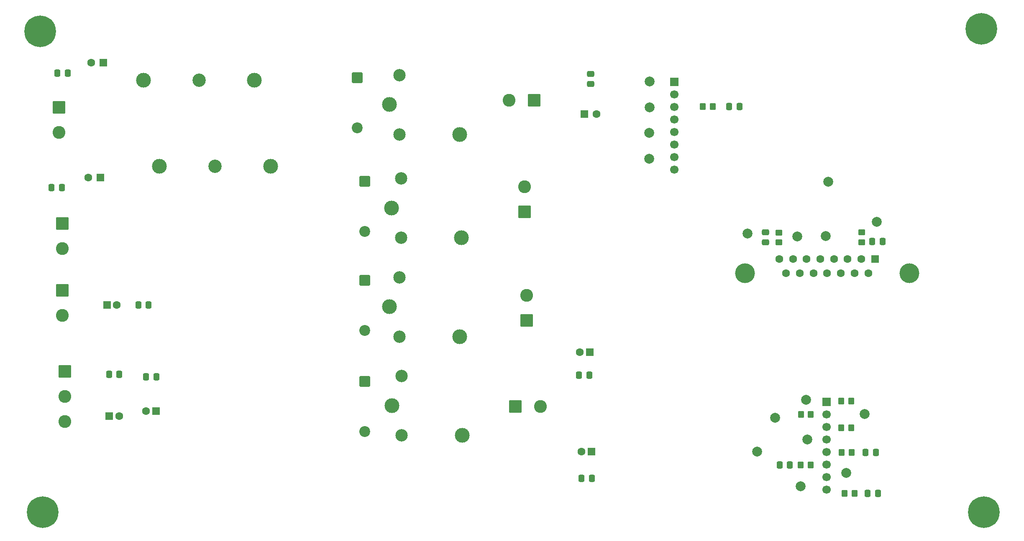
<source format=gbr>
%TF.GenerationSoftware,KiCad,Pcbnew,9.0.6*%
%TF.CreationDate,2026-01-14T23:40:17-08:00*%
%TF.ProjectId,ald_control_board,616c645f-636f-46e7-9472-6f6c5f626f61,rev?*%
%TF.SameCoordinates,Original*%
%TF.FileFunction,Soldermask,Top*%
%TF.FilePolarity,Negative*%
%FSLAX46Y46*%
G04 Gerber Fmt 4.6, Leading zero omitted, Abs format (unit mm)*
G04 Created by KiCad (PCBNEW 9.0.6) date 2026-01-14 23:40:17*
%MOMM*%
%LPD*%
G01*
G04 APERTURE LIST*
G04 Aperture macros list*
%AMRoundRect*
0 Rectangle with rounded corners*
0 $1 Rounding radius*
0 $2 $3 $4 $5 $6 $7 $8 $9 X,Y pos of 4 corners*
0 Add a 4 corners polygon primitive as box body*
4,1,4,$2,$3,$4,$5,$6,$7,$8,$9,$2,$3,0*
0 Add four circle primitives for the rounded corners*
1,1,$1+$1,$2,$3*
1,1,$1+$1,$4,$5*
1,1,$1+$1,$6,$7*
1,1,$1+$1,$8,$9*
0 Add four rect primitives between the rounded corners*
20,1,$1+$1,$2,$3,$4,$5,0*
20,1,$1+$1,$4,$5,$6,$7,0*
20,1,$1+$1,$6,$7,$8,$9,0*
20,1,$1+$1,$8,$9,$2,$3,0*%
G04 Aperture macros list end*
%ADD10C,0.800000*%
%ADD11C,6.400000*%
%ADD12C,2.000000*%
%ADD13RoundRect,0.250000X0.475000X-0.337500X0.475000X0.337500X-0.475000X0.337500X-0.475000X-0.337500X0*%
%ADD14RoundRect,0.250000X-0.450000X0.350000X-0.450000X-0.350000X0.450000X-0.350000X0.450000X0.350000X0*%
%ADD15C,1.600000*%
%ADD16R,1.600000X1.600000*%
%ADD17C,4.000000*%
%ADD18RoundRect,0.250000X-0.337500X-0.475000X0.337500X-0.475000X0.337500X0.475000X-0.337500X0.475000X0*%
%ADD19C,2.500000*%
%ADD20C,3.000000*%
%ADD21RoundRect,0.250000X0.350000X0.450000X-0.350000X0.450000X-0.350000X-0.450000X0.350000X-0.450000X0*%
%ADD22C,2.700000*%
%ADD23RoundRect,0.249999X-0.850001X0.850001X-0.850001X-0.850001X0.850001X-0.850001X0.850001X0.850001X0*%
%ADD24C,2.200000*%
%ADD25RoundRect,0.250000X-0.475000X0.337500X-0.475000X-0.337500X0.475000X-0.337500X0.475000X0.337500X0*%
%ADD26RoundRect,0.250000X0.337500X0.475000X-0.337500X0.475000X-0.337500X-0.475000X0.337500X-0.475000X0*%
%ADD27RoundRect,0.250000X-0.550000X-0.550000X0.550000X-0.550000X0.550000X0.550000X-0.550000X0.550000X0*%
%ADD28R,1.700000X1.700000*%
%ADD29C,1.700000*%
%ADD30RoundRect,0.250000X-1.050000X1.050000X-1.050000X-1.050000X1.050000X-1.050000X1.050000X1.050000X0*%
%ADD31C,2.600000*%
%ADD32RoundRect,0.250000X-0.350000X-0.450000X0.350000X-0.450000X0.350000X0.450000X-0.350000X0.450000X0*%
%ADD33RoundRect,0.250000X0.550000X0.550000X-0.550000X0.550000X-0.550000X-0.550000X0.550000X-0.550000X0*%
%ADD34RoundRect,0.250000X1.050000X-1.050000X1.050000X1.050000X-1.050000X1.050000X-1.050000X-1.050000X0*%
%ADD35RoundRect,0.250000X1.050000X1.050000X-1.050000X1.050000X-1.050000X-1.050000X1.050000X-1.050000X0*%
%ADD36RoundRect,0.250000X-1.050000X-1.050000X1.050000X-1.050000X1.050000X1.050000X-1.050000X1.050000X0*%
G04 APERTURE END LIST*
D10*
%TO.C,REF\u002A\u002A*%
X59100000Y-47500000D03*
X59802944Y-45802944D03*
X59802944Y-49197056D03*
X61500000Y-45100000D03*
D11*
X61500000Y-47500000D03*
D10*
X61500000Y-49900000D03*
X63197056Y-45802944D03*
X63197056Y-49197056D03*
X63900000Y-47500000D03*
%TD*%
%TO.C,REF\u002A\u002A*%
X59600000Y-145000000D03*
X60302944Y-143302944D03*
X60302944Y-146697056D03*
X62000000Y-142600000D03*
D11*
X62000000Y-145000000D03*
D10*
X62000000Y-147400000D03*
X63697056Y-143302944D03*
X63697056Y-146697056D03*
X64400000Y-145000000D03*
%TD*%
%TO.C,REF\u002A\u002A*%
X250100000Y-145000000D03*
X250802944Y-143302944D03*
X250802944Y-146697056D03*
X252500000Y-142600000D03*
D11*
X252500000Y-145000000D03*
D10*
X252500000Y-147400000D03*
X254197056Y-143302944D03*
X254197056Y-146697056D03*
X254900000Y-145000000D03*
%TD*%
%TO.C,REF\u002A\u002A*%
X249600000Y-47000000D03*
X250302944Y-45302944D03*
X250302944Y-48697056D03*
X252000000Y-44600000D03*
D11*
X252000000Y-47000000D03*
D10*
X252000000Y-49400000D03*
X253697056Y-45302944D03*
X253697056Y-48697056D03*
X254400000Y-47000000D03*
%TD*%
D12*
%TO.C,TP13*%
X221000000Y-78000000D03*
%TD*%
%TO.C,TP9*%
X230834900Y-86126800D03*
%TD*%
%TO.C,TP11*%
X220522800Y-89001600D03*
%TD*%
D13*
%TO.C,C14*%
X208279700Y-90292400D03*
X208279700Y-88217400D03*
%TD*%
D14*
%TO.C,R9*%
X227786900Y-88241600D03*
X227786900Y-90241600D03*
%TD*%
D15*
%TO.C,J10*%
X212470100Y-96508800D03*
X215240100Y-96508800D03*
X218010100Y-96508800D03*
X220780100Y-96508800D03*
X223550100Y-96508800D03*
X226320100Y-96508800D03*
X229090100Y-96508800D03*
X211085100Y-93668800D03*
X213855100Y-93668800D03*
X216625100Y-93668800D03*
X219395100Y-93668800D03*
X222165100Y-93668800D03*
X224935100Y-93668800D03*
X227705100Y-93668800D03*
D16*
X230475100Y-93668800D03*
D17*
X237430100Y-96508800D03*
X204130100Y-96508800D03*
%TD*%
D12*
%TO.C,TP10*%
X204622100Y-88514400D03*
%TD*%
D14*
%TO.C,R8*%
X211022900Y-88292400D03*
X211022900Y-90292400D03*
%TD*%
D18*
%TO.C,C15*%
X229920500Y-90089200D03*
X231995500Y-90089200D03*
%TD*%
D12*
%TO.C,TP12*%
X214731600Y-89103200D03*
%TD*%
D19*
%TO.C,K1*%
X134531200Y-77344000D03*
D20*
X146731200Y-89344000D03*
D19*
X134531200Y-89344000D03*
D20*
X132581200Y-83294000D03*
%TD*%
D21*
%TO.C,R10*%
X197630800Y-62788800D03*
X195630800Y-62788800D03*
%TD*%
%TO.C,R4*%
X225666600Y-127833600D03*
X223666600Y-127833600D03*
%TD*%
D22*
%TO.C,F2*%
X96881200Y-74894000D03*
D20*
X108131200Y-74894000D03*
X85631200Y-74894000D03*
%TD*%
D23*
%TO.C,D1*%
X127186200Y-77948000D03*
D24*
X127186200Y-88108000D03*
%TD*%
D12*
%TO.C,TP15*%
X184861200Y-57658000D03*
%TD*%
D25*
%TO.C,C20*%
X172944700Y-56112500D03*
X172944700Y-58187500D03*
%TD*%
D18*
%TO.C,C5*%
X81380112Y-103000000D03*
X83455112Y-103000000D03*
%TD*%
%TO.C,C11*%
X228578200Y-132862800D03*
X230653200Y-132862800D03*
%TD*%
D21*
%TO.C,R5*%
X225717400Y-132862800D03*
X223717400Y-132862800D03*
%TD*%
D23*
%TO.C,D3*%
X127181400Y-97963200D03*
D24*
X127181400Y-108123200D03*
%TD*%
D23*
%TO.C,D4*%
X127186200Y-118435600D03*
D24*
X127186200Y-128595600D03*
%TD*%
D26*
%TO.C,C2*%
X67075000Y-56000000D03*
X65000000Y-56000000D03*
%TD*%
D27*
%TO.C,C21*%
X171639221Y-64312800D03*
D15*
X174139221Y-64312800D03*
%TD*%
D28*
%TO.C,J9*%
X220675200Y-122631200D03*
D29*
X220675200Y-125171200D03*
X220675200Y-127711200D03*
X220675200Y-130251200D03*
X220675200Y-132791200D03*
X220675200Y-135331200D03*
X220675200Y-137871200D03*
X220675200Y-140411200D03*
%TD*%
D18*
%TO.C,C18*%
X171082987Y-138125200D03*
X173157987Y-138125200D03*
%TD*%
D30*
%TO.C,J2*%
X66000000Y-86455000D03*
D31*
X66000000Y-91535000D03*
%TD*%
D18*
%TO.C,C17*%
X170575400Y-117195600D03*
X172650400Y-117195600D03*
%TD*%
D32*
%TO.C,R6*%
X215453000Y-135402800D03*
X217453000Y-135402800D03*
%TD*%
D12*
%TO.C,TP8*%
X215421000Y-139720800D03*
%TD*%
%TO.C,TP5*%
X216792600Y-130221200D03*
%TD*%
D18*
%TO.C,C9*%
X82925000Y-117500000D03*
X85000000Y-117500000D03*
%TD*%
D33*
%TO.C,C19*%
X173075600Y-132689600D03*
D15*
X171075600Y-132689600D03*
%TD*%
D34*
%TO.C,J7*%
X160000000Y-106080000D03*
D31*
X160000000Y-101000000D03*
%TD*%
D30*
%TO.C,J3*%
X66000000Y-100000000D03*
D31*
X66000000Y-105080000D03*
%TD*%
D32*
%TO.C,R3*%
X215471800Y-125192000D03*
X217471800Y-125192000D03*
%TD*%
D30*
%TO.C,J1*%
X65327500Y-62955000D03*
D31*
X65327500Y-68035000D03*
%TD*%
D18*
%TO.C,C13*%
X228984600Y-141143200D03*
X231059600Y-141143200D03*
%TD*%
%TO.C,C22*%
X200964800Y-62788800D03*
X203039800Y-62788800D03*
%TD*%
D27*
%TO.C,C6*%
X75000000Y-103000000D03*
D15*
X77000000Y-103000000D03*
%TD*%
D20*
%TO.C,K4*%
X132731200Y-123344000D03*
D19*
X134681200Y-129394000D03*
D20*
X146881200Y-129394000D03*
D19*
X134681200Y-117394000D03*
%TD*%
D33*
%TO.C,C16*%
X172720000Y-112572800D03*
D15*
X170720000Y-112572800D03*
%TD*%
D28*
%TO.C,J11*%
X189862000Y-57743200D03*
D29*
X189862000Y-60283200D03*
X189862000Y-62823200D03*
X189862000Y-65363200D03*
X189862000Y-67903200D03*
X189862000Y-70443200D03*
X189862000Y-72983200D03*
X189862000Y-75523200D03*
%TD*%
D23*
%TO.C,D2*%
X125686200Y-56936500D03*
D24*
X125686200Y-67096500D03*
%TD*%
D21*
%TO.C,R7*%
X226311000Y-141143200D03*
X224311000Y-141143200D03*
%TD*%
D20*
%TO.C,K3*%
X132231200Y-103344000D03*
X146381200Y-109394000D03*
D19*
X134181200Y-97394000D03*
X134181200Y-109394000D03*
%TD*%
D33*
%TO.C,C10*%
X84925000Y-124500000D03*
D15*
X82925000Y-124500000D03*
%TD*%
D12*
%TO.C,TP3*%
X228375000Y-125039600D03*
%TD*%
D35*
%TO.C,J5*%
X161500000Y-61500000D03*
D31*
X156420000Y-61500000D03*
%TD*%
D33*
%TO.C,C1*%
X74306200Y-53894000D03*
D15*
X71806200Y-53894000D03*
%TD*%
D12*
%TO.C,TP7*%
X224666600Y-137028400D03*
%TD*%
%TO.C,TP16*%
X184810400Y-62890400D03*
%TD*%
D26*
%TO.C,C3*%
X65881200Y-79221500D03*
X63806200Y-79221500D03*
%TD*%
D12*
%TO.C,TP1*%
X216487800Y-122194800D03*
%TD*%
D20*
%TO.C,K2*%
X132231200Y-62344000D03*
D19*
X134181200Y-68394000D03*
D20*
X146381200Y-68394000D03*
D19*
X134181200Y-56394000D03*
%TD*%
D22*
%TO.C,F1*%
X93631200Y-57394000D03*
D20*
X104881200Y-57394000D03*
X82381200Y-57394000D03*
%TD*%
D21*
%TO.C,R2*%
X225666600Y-122448800D03*
X223666600Y-122448800D03*
%TD*%
D33*
%TO.C,C4*%
X73699800Y-77135200D03*
D15*
X71199800Y-77135200D03*
%TD*%
D12*
%TO.C,TP18*%
X184759600Y-73304400D03*
%TD*%
%TO.C,TP17*%
X184759600Y-68122800D03*
%TD*%
D26*
%TO.C,C12*%
X213236600Y-135402800D03*
X211161600Y-135402800D03*
%TD*%
D34*
%TO.C,J6*%
X159500000Y-84080000D03*
D31*
X159500000Y-79000000D03*
%TD*%
D36*
%TO.C,J8*%
X157686200Y-123516500D03*
D31*
X162766200Y-123516500D03*
%TD*%
D12*
%TO.C,TP4*%
X210239400Y-125852400D03*
%TD*%
%TO.C,TP6*%
X206632600Y-132710400D03*
%TD*%
D27*
%TO.C,C8*%
X75500000Y-125500000D03*
D15*
X77500000Y-125500000D03*
%TD*%
D30*
%TO.C,J4*%
X66500000Y-116420000D03*
D31*
X66500000Y-121500000D03*
X66500000Y-126580000D03*
%TD*%
D18*
%TO.C,C7*%
X75425000Y-117000000D03*
X77500000Y-117000000D03*
%TD*%
M02*

</source>
